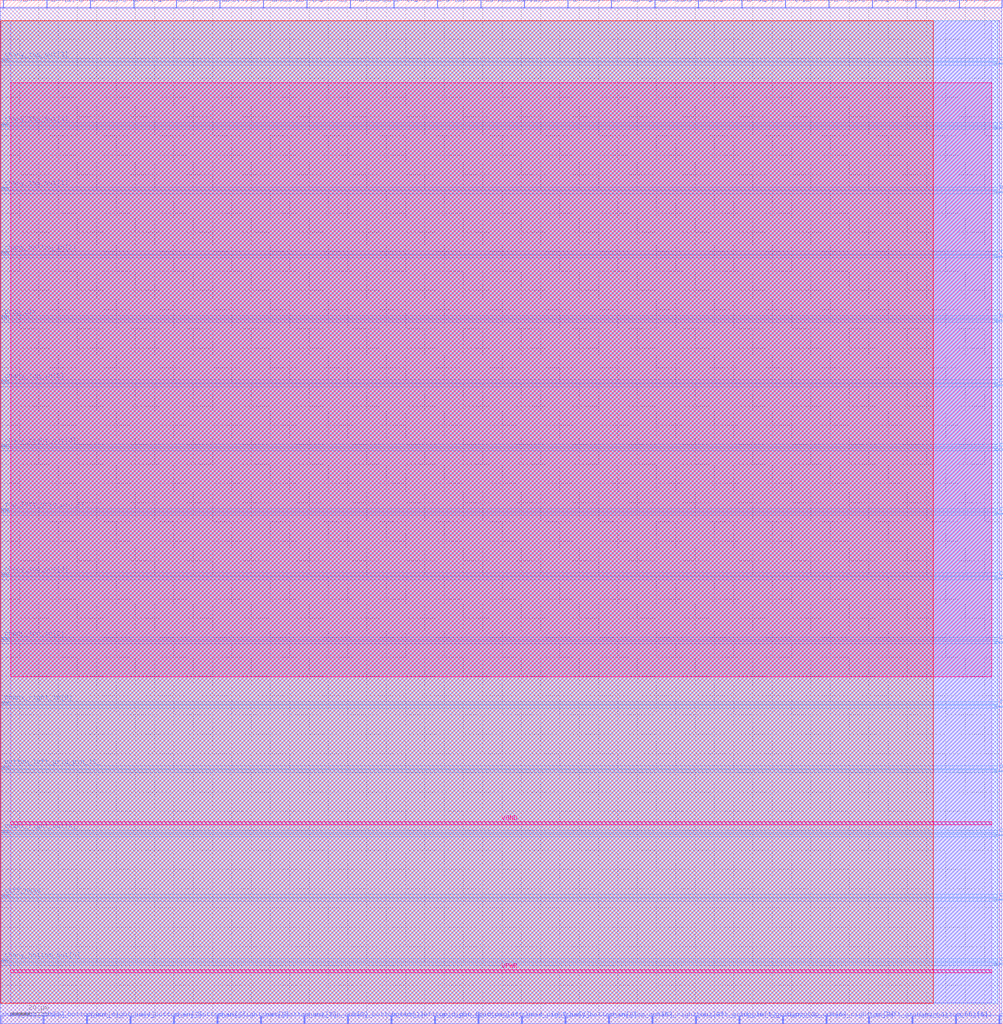
<source format=lef>
VERSION 5.7 ;
  NAMESCASESENSITIVE ON ;
  NOWIREEXTENSIONATPIN ON ;
  DIVIDERCHAR "/" ;
  BUSBITCHARS "[]" ;
UNITS
  DATABASE MICRONS 200 ;
END UNITS

MACRO sb_0__1_
  CLASS BLOCK ;
  FOREIGN sb_0__1_ ;
  ORIGIN 0.000 0.000 ;
  SIZE 519.685 BY 530.405 ;
  PIN bottom_left_grid_pin_11_
    DIRECTION INPUT ;
    PORT
      LAYER met2 ;
        RECT 294.030 526.405 294.310 530.405 ;
    END
  END bottom_left_grid_pin_11_
  PIN bottom_left_grid_pin_13_
    DIRECTION INPUT ;
    PORT
      LAYER met2 ;
        RECT 496.890 526.405 497.170 530.405 ;
    END
  END bottom_left_grid_pin_13_
  PIN bottom_left_grid_pin_15_
    DIRECTION INPUT ;
    PORT
      LAYER met3 ;
        RECT 0.000 132.640 4.000 133.240 ;
    END
  END bottom_left_grid_pin_15_
  PIN bottom_left_grid_pin_1_
    DIRECTION INPUT ;
    PORT
      LAYER met2 ;
        RECT 69.090 526.405 69.370 530.405 ;
    END
  END bottom_left_grid_pin_1_
  PIN bottom_left_grid_pin_3_
    DIRECTION INPUT ;
    PORT
      LAYER met3 ;
        RECT 515.685 363.840 519.685 364.440 ;
    END
  END bottom_left_grid_pin_3_
  PIN bottom_left_grid_pin_5_
    DIRECTION INPUT ;
    PORT
      LAYER met2 ;
        RECT 202.490 0.000 202.770 4.000 ;
    END
  END bottom_left_grid_pin_5_
  PIN bottom_left_grid_pin_7_
    DIRECTION INPUT ;
    PORT
      LAYER met2 ;
        RECT 247.570 0.000 247.850 4.000 ;
    END
  END bottom_left_grid_pin_7_
  PIN bottom_left_grid_pin_9_
    DIRECTION INPUT ;
    PORT
      LAYER met3 ;
        RECT 515.685 430.480 519.685 431.080 ;
    END
  END bottom_left_grid_pin_9_
  PIN bottom_right_grid_pin_11_
    DIRECTION INPUT ;
    PORT
      LAYER met2 ;
        RECT 316.570 526.405 316.850 530.405 ;
    END
  END bottom_right_grid_pin_11_
  PIN ccff_head
    DIRECTION INPUT ;
    PORT
      LAYER met3 ;
        RECT 0.000 66.000 4.000 66.600 ;
    END
  END ccff_head
  PIN ccff_tail
    DIRECTION OUTPUT TRISTATE ;
    PORT
      LAYER met2 ;
        RECT 495.050 0.000 495.330 4.000 ;
    END
  END ccff_tail
  PIN chanx_right_in[0]
    DIRECTION INPUT ;
    PORT
      LAYER met2 ;
        RECT 429.270 526.405 429.550 530.405 ;
    END
  END chanx_right_in[0]
  PIN chanx_right_in[1]
    DIRECTION INPUT ;
    PORT
      LAYER met2 ;
        RECT 270.110 0.000 270.390 4.000 ;
    END
  END chanx_right_in[1]
  PIN chanx_right_in[2]
    DIRECTION INPUT ;
    PORT
      LAYER met2 ;
        RECT 181.330 526.405 181.610 530.405 ;
    END
  END chanx_right_in[2]
  PIN chanx_right_in[3]
    DIRECTION INPUT ;
    PORT
      LAYER met3 ;
        RECT 515.685 330.520 519.685 331.120 ;
    END
  END chanx_right_in[3]
  PIN chanx_right_in[4]
    DIRECTION INPUT ;
    PORT
      LAYER met2 ;
        RECT 44.710 0.000 44.990 4.000 ;
    END
  END chanx_right_in[4]
  PIN chanx_right_in[5]
    DIRECTION INPUT ;
    PORT
      LAYER met3 ;
        RECT 0.000 165.960 4.000 166.560 ;
    END
  END chanx_right_in[5]
  PIN chanx_right_in[6]
    DIRECTION INPUT ;
    PORT
      LAYER met2 ;
        RECT 339.110 526.405 339.390 530.405 ;
    END
  END chanx_right_in[6]
  PIN chanx_right_in[7]
    DIRECTION INPUT ;
    PORT
      LAYER met2 ;
        RECT 427.890 0.000 428.170 4.000 ;
    END
  END chanx_right_in[7]
  PIN chanx_right_in[8]
    DIRECTION INPUT ;
    PORT
      LAYER met3 ;
        RECT 515.685 63.960 519.685 64.560 ;
    END
  END chanx_right_in[8]
  PIN chanx_right_out[0]
    DIRECTION OUTPUT TRISTATE ;
    PORT
      LAYER met3 ;
        RECT 0.000 299.240 4.000 299.840 ;
    END
  END chanx_right_out[0]
  PIN chanx_right_out[1]
    DIRECTION OUTPUT TRISTATE ;
    PORT
      LAYER met2 ;
        RECT 518.970 526.405 519.250 530.405 ;
    END
  END chanx_right_out[1]
  PIN chanx_right_out[2]
    DIRECTION OUTPUT TRISTATE ;
    PORT
      LAYER met2 ;
        RECT 203.870 526.405 204.150 530.405 ;
    END
  END chanx_right_out[2]
  PIN chanx_right_out[3]
    DIRECTION OUTPUT TRISTATE ;
    PORT
      LAYER met2 ;
        RECT 337.730 0.000 338.010 4.000 ;
    END
  END chanx_right_out[3]
  PIN chanx_right_out[4]
    DIRECTION OUTPUT TRISTATE ;
    PORT
      LAYER met3 ;
        RECT 0.000 99.320 4.000 99.920 ;
    END
  END chanx_right_out[4]
  PIN chanx_right_out[5]
    DIRECTION OUTPUT TRISTATE ;
    PORT
      LAYER met2 ;
        RECT 112.330 0.000 112.610 4.000 ;
    END
  END chanx_right_out[5]
  PIN chanx_right_out[6]
    DIRECTION OUTPUT TRISTATE ;
    PORT
      LAYER met3 ;
        RECT 515.685 463.800 519.685 464.400 ;
    END
  END chanx_right_out[6]
  PIN chanx_right_out[7]
    DIRECTION OUTPUT TRISTATE ;
    PORT
      LAYER met2 ;
        RECT 24.010 526.405 24.290 530.405 ;
    END
  END chanx_right_out[7]
  PIN chanx_right_out[8]
    DIRECTION OUTPUT TRISTATE ;
    PORT
      LAYER met2 ;
        RECT 46.550 526.405 46.830 530.405 ;
    END
  END chanx_right_out[8]
  PIN chany_bottom_in[0]
    DIRECTION INPUT ;
    PORT
      LAYER met2 ;
        RECT 406.730 526.405 407.010 530.405 ;
    END
  END chany_bottom_in[0]
  PIN chany_bottom_in[1]
    DIRECTION INPUT ;
    PORT
      LAYER met2 ;
        RECT 91.170 526.405 91.450 530.405 ;
    END
  END chany_bottom_in[1]
  PIN chany_bottom_in[2]
    DIRECTION INPUT ;
    PORT
      LAYER met2 ;
        RECT 517.590 0.000 517.870 4.000 ;
    END
  END chany_bottom_in[2]
  PIN chany_bottom_in[3]
    DIRECTION INPUT ;
    PORT
      LAYER met3 ;
        RECT 0.000 399.200 4.000 399.800 ;
    END
  END chany_bottom_in[3]
  PIN chany_bottom_in[4]
    DIRECTION INPUT ;
    PORT
      LAYER met3 ;
        RECT 515.685 97.280 519.685 97.880 ;
    END
  END chany_bottom_in[4]
  PIN chany_bottom_in[5]
    DIRECTION INPUT ;
    PORT
      LAYER met2 ;
        RECT 1.470 526.405 1.750 530.405 ;
    END
  END chany_bottom_in[5]
  PIN chany_bottom_in[6]
    DIRECTION INPUT ;
    PORT
      LAYER met2 ;
        RECT 89.790 0.000 90.070 4.000 ;
    END
  END chany_bottom_in[6]
  PIN chany_bottom_in[7]
    DIRECTION INPUT ;
    PORT
      LAYER met2 ;
        RECT 67.250 0.000 67.530 4.000 ;
    END
  END chany_bottom_in[7]
  PIN chany_bottom_in[8]
    DIRECTION INPUT ;
    PORT
      LAYER met2 ;
        RECT 292.650 0.000 292.930 4.000 ;
    END
  END chany_bottom_in[8]
  PIN chany_bottom_out[0]
    DIRECTION OUTPUT TRISTATE ;
    PORT
      LAYER met3 ;
        RECT 0.000 32.680 4.000 33.280 ;
    END
  END chany_bottom_out[0]
  PIN chany_bottom_out[1]
    DIRECTION OUTPUT TRISTATE ;
    PORT
      LAYER met2 ;
        RECT 179.950 0.000 180.230 4.000 ;
    END
  END chany_bottom_out[1]
  PIN chany_bottom_out[2]
    DIRECTION OUTPUT TRISTATE ;
    PORT
      LAYER met2 ;
        RECT 134.870 0.000 135.150 4.000 ;
    END
  END chany_bottom_out[2]
  PIN chany_bottom_out[3]
    DIRECTION OUTPUT TRISTATE ;
    PORT
      LAYER met2 ;
        RECT 361.650 526.405 361.930 530.405 ;
    END
  END chany_bottom_out[3]
  PIN chany_bottom_out[4]
    DIRECTION OUTPUT TRISTATE ;
    PORT
      LAYER met2 ;
        RECT 22.170 0.000 22.450 4.000 ;
    END
  END chany_bottom_out[4]
  PIN chany_bottom_out[5]
    DIRECTION OUTPUT TRISTATE ;
    PORT
      LAYER met3 ;
        RECT 515.685 297.200 519.685 297.800 ;
    END
  END chany_bottom_out[5]
  PIN chany_bottom_out[6]
    DIRECTION OUTPUT TRISTATE ;
    PORT
      LAYER met2 ;
        RECT 472.510 0.000 472.790 4.000 ;
    END
  END chany_bottom_out[6]
  PIN chany_bottom_out[7]
    DIRECTION OUTPUT TRISTATE ;
    PORT
      LAYER met2 ;
        RECT 271.490 526.405 271.770 530.405 ;
    END
  END chany_bottom_out[7]
  PIN chany_bottom_out[8]
    DIRECTION OUTPUT TRISTATE ;
    PORT
      LAYER met3 ;
        RECT 515.685 497.120 519.685 497.720 ;
    END
  END chany_bottom_out[8]
  PIN chany_top_in[0]
    DIRECTION INPUT ;
    PORT
      LAYER met3 ;
        RECT 515.685 263.880 519.685 264.480 ;
    END
  END chany_top_in[0]
  PIN chany_top_in[1]
    DIRECTION INPUT ;
    PORT
      LAYER met3 ;
        RECT 515.685 30.640 519.685 31.240 ;
    END
  END chany_top_in[1]
  PIN chany_top_in[2]
    DIRECTION INPUT ;
    PORT
      LAYER met3 ;
        RECT 0.000 199.280 4.000 199.880 ;
    END
  END chany_top_in[2]
  PIN chany_top_in[3]
    DIRECTION INPUT ;
    PORT
      LAYER met2 ;
        RECT 136.250 526.405 136.530 530.405 ;
    END
  END chany_top_in[3]
  PIN chany_top_in[4]
    DIRECTION INPUT ;
    PORT
      LAYER met3 ;
        RECT 515.685 230.560 519.685 231.160 ;
    END
  END chany_top_in[4]
  PIN chany_top_in[5]
    DIRECTION INPUT ;
    PORT
      LAYER met3 ;
        RECT 515.685 197.240 519.685 197.840 ;
    END
  END chany_top_in[5]
  PIN chany_top_in[6]
    DIRECTION INPUT ;
    PORT
      LAYER met2 ;
        RECT 248.950 526.405 249.230 530.405 ;
    END
  END chany_top_in[6]
  PIN chany_top_in[7]
    DIRECTION INPUT ;
    PORT
      LAYER met2 ;
        RECT 474.350 526.405 474.630 530.405 ;
    END
  END chany_top_in[7]
  PIN chany_top_in[8]
    DIRECTION INPUT ;
    PORT
      LAYER met3 ;
        RECT 0.000 332.560 4.000 333.160 ;
    END
  END chany_top_in[8]
  PIN chany_top_out[0]
    DIRECTION OUTPUT TRISTATE ;
    PORT
      LAYER met2 ;
        RECT 0.090 0.000 0.370 4.000 ;
    END
  END chany_top_out[0]
  PIN chany_top_out[1]
    DIRECTION OUTPUT TRISTATE ;
    PORT
      LAYER met3 ;
        RECT 0.000 432.520 4.000 433.120 ;
    END
  END chany_top_out[1]
  PIN chany_top_out[2]
    DIRECTION OUTPUT TRISTATE ;
    PORT
      LAYER met2 ;
        RECT 157.410 0.000 157.690 4.000 ;
    END
  END chany_top_out[2]
  PIN chany_top_out[3]
    DIRECTION OUTPUT TRISTATE ;
    PORT
      LAYER met3 ;
        RECT 0.000 499.160 4.000 499.760 ;
    END
  END chany_top_out[3]
  PIN chany_top_out[4]
    DIRECTION OUTPUT TRISTATE ;
    PORT
      LAYER met3 ;
        RECT 0.000 465.840 4.000 466.440 ;
    END
  END chany_top_out[4]
  PIN chany_top_out[5]
    DIRECTION OUTPUT TRISTATE ;
    PORT
      LAYER met2 ;
        RECT 315.190 0.000 315.470 4.000 ;
    END
  END chany_top_out[5]
  PIN chany_top_out[6]
    DIRECTION OUTPUT TRISTATE ;
    PORT
      LAYER met2 ;
        RECT 405.350 0.000 405.630 4.000 ;
    END
  END chany_top_out[6]
  PIN chany_top_out[7]
    DIRECTION OUTPUT TRISTATE ;
    PORT
      LAYER met2 ;
        RECT 384.190 526.405 384.470 530.405 ;
    END
  END chany_top_out[7]
  PIN chany_top_out[8]
    DIRECTION OUTPUT TRISTATE ;
    PORT
      LAYER met3 ;
        RECT 0.000 232.600 4.000 233.200 ;
    END
  END chany_top_out[8]
  PIN pReset
    DIRECTION INPUT ;
    PORT
      LAYER met3 ;
        RECT 515.685 130.600 519.685 131.200 ;
    END
  END pReset
  PIN prog_clk
    DIRECTION INPUT ;
    PORT
      LAYER met3 ;
        RECT 0.000 365.880 4.000 366.480 ;
    END
  END prog_clk
  PIN right_bottom_grid_pin_12_
    DIRECTION INPUT ;
    PORT
      LAYER met2 ;
        RECT 226.410 526.405 226.690 530.405 ;
    END
  END right_bottom_grid_pin_12_
  PIN right_top_grid_pin_10_
    DIRECTION INPUT ;
    PORT
      LAYER met3 ;
        RECT 515.685 163.920 519.685 164.520 ;
    END
  END right_top_grid_pin_10_
  PIN top_left_grid_pin_11_
    DIRECTION INPUT ;
    PORT
      LAYER met3 ;
        RECT 0.000 265.920 4.000 266.520 ;
    END
  END top_left_grid_pin_11_
  PIN top_left_grid_pin_13_
    DIRECTION INPUT ;
    PORT
      LAYER met2 ;
        RECT 360.270 0.000 360.550 4.000 ;
    END
  END top_left_grid_pin_13_
  PIN top_left_grid_pin_15_
    DIRECTION INPUT ;
    PORT
      LAYER met2 ;
        RECT 158.790 526.405 159.070 530.405 ;
    END
  END top_left_grid_pin_15_
  PIN top_left_grid_pin_1_
    DIRECTION INPUT ;
    PORT
      LAYER met2 ;
        RECT 449.970 0.000 450.250 4.000 ;
    END
  END top_left_grid_pin_1_
  PIN top_left_grid_pin_3_
    DIRECTION INPUT ;
    PORT
      LAYER met2 ;
        RECT 382.810 0.000 383.090 4.000 ;
    END
  END top_left_grid_pin_3_
  PIN top_left_grid_pin_5_
    DIRECTION INPUT ;
    PORT
      LAYER met2 ;
        RECT 451.810 526.405 452.090 530.405 ;
    END
  END top_left_grid_pin_5_
  PIN top_left_grid_pin_7_
    DIRECTION INPUT ;
    PORT
      LAYER met3 ;
        RECT 515.685 397.160 519.685 397.760 ;
    END
  END top_left_grid_pin_7_
  PIN top_left_grid_pin_9_
    DIRECTION INPUT ;
    PORT
      LAYER met2 ;
        RECT 113.710 526.405 113.990 530.405 ;
    END
  END top_left_grid_pin_9_
  PIN top_right_grid_pin_11_
    DIRECTION INPUT ;
    PORT
      LAYER met2 ;
        RECT 225.030 0.000 225.310 4.000 ;
    END
  END top_right_grid_pin_11_
  PIN VPWR
    DIRECTION INPUT ;
    USE POWER ;
    PORT
      LAYER met5 ;
        RECT 5.520 26.490 513.820 28.090 ;
    END
  END VPWR
  PIN VGND
    DIRECTION INPUT ;
    USE GROUND ;
    PORT
      LAYER met5 ;
        RECT 5.520 103.080 513.820 104.680 ;
    END
  END VGND
  OBS
      LAYER li1 ;
        RECT 5.520 10.795 513.820 519.605 ;
      LAYER met1 ;
        RECT 0.070 0.040 517.890 519.760 ;
      LAYER met2 ;
        RECT 0.090 526.125 1.190 526.730 ;
        RECT 2.030 526.125 23.730 526.730 ;
        RECT 24.570 526.125 46.270 526.730 ;
        RECT 47.110 526.125 68.810 526.730 ;
        RECT 69.650 526.125 90.890 526.730 ;
        RECT 91.730 526.125 113.430 526.730 ;
        RECT 114.270 526.125 135.970 526.730 ;
        RECT 136.810 526.125 158.510 526.730 ;
        RECT 159.350 526.125 181.050 526.730 ;
        RECT 181.890 526.125 203.590 526.730 ;
        RECT 204.430 526.125 226.130 526.730 ;
        RECT 226.970 526.125 248.670 526.730 ;
        RECT 249.510 526.125 271.210 526.730 ;
        RECT 272.050 526.125 293.750 526.730 ;
        RECT 294.590 526.125 316.290 526.730 ;
        RECT 317.130 526.125 338.830 526.730 ;
        RECT 339.670 526.125 361.370 526.730 ;
        RECT 362.210 526.125 383.910 526.730 ;
        RECT 384.750 526.125 406.450 526.730 ;
        RECT 407.290 526.125 428.990 526.730 ;
        RECT 429.830 526.125 451.530 526.730 ;
        RECT 452.370 526.125 474.070 526.730 ;
        RECT 474.910 526.125 496.610 526.730 ;
        RECT 497.450 526.125 518.690 526.730 ;
        RECT 0.090 4.280 518.970 526.125 ;
        RECT 0.650 0.010 21.890 4.280 ;
        RECT 22.730 0.010 44.430 4.280 ;
        RECT 45.270 0.010 66.970 4.280 ;
        RECT 67.810 0.010 89.510 4.280 ;
        RECT 90.350 0.010 112.050 4.280 ;
        RECT 112.890 0.010 134.590 4.280 ;
        RECT 135.430 0.010 157.130 4.280 ;
        RECT 157.970 0.010 179.670 4.280 ;
        RECT 180.510 0.010 202.210 4.280 ;
        RECT 203.050 0.010 224.750 4.280 ;
        RECT 225.590 0.010 247.290 4.280 ;
        RECT 248.130 0.010 269.830 4.280 ;
        RECT 270.670 0.010 292.370 4.280 ;
        RECT 293.210 0.010 314.910 4.280 ;
        RECT 315.750 0.010 337.450 4.280 ;
        RECT 338.290 0.010 359.990 4.280 ;
        RECT 360.830 0.010 382.530 4.280 ;
        RECT 383.370 0.010 405.070 4.280 ;
        RECT 405.910 0.010 427.610 4.280 ;
        RECT 428.450 0.010 449.690 4.280 ;
        RECT 450.530 0.010 472.230 4.280 ;
        RECT 473.070 0.010 494.770 4.280 ;
        RECT 495.610 0.010 517.310 4.280 ;
        RECT 518.150 0.010 518.970 4.280 ;
      LAYER met3 ;
        RECT 0.270 500.160 516.730 519.685 ;
        RECT 4.400 498.760 516.730 500.160 ;
        RECT 0.270 498.120 516.730 498.760 ;
        RECT 0.270 496.720 515.285 498.120 ;
        RECT 0.270 466.840 516.730 496.720 ;
        RECT 4.400 465.440 516.730 466.840 ;
        RECT 0.270 464.800 516.730 465.440 ;
        RECT 0.270 463.400 515.285 464.800 ;
        RECT 0.270 433.520 516.730 463.400 ;
        RECT 4.400 432.120 516.730 433.520 ;
        RECT 0.270 431.480 516.730 432.120 ;
        RECT 0.270 430.080 515.285 431.480 ;
        RECT 0.270 400.200 516.730 430.080 ;
        RECT 4.400 398.800 516.730 400.200 ;
        RECT 0.270 398.160 516.730 398.800 ;
        RECT 0.270 396.760 515.285 398.160 ;
        RECT 0.270 366.880 516.730 396.760 ;
        RECT 4.400 365.480 516.730 366.880 ;
        RECT 0.270 364.840 516.730 365.480 ;
        RECT 0.270 363.440 515.285 364.840 ;
        RECT 0.270 333.560 516.730 363.440 ;
        RECT 4.400 332.160 516.730 333.560 ;
        RECT 0.270 331.520 516.730 332.160 ;
        RECT 0.270 330.120 515.285 331.520 ;
        RECT 0.270 300.240 516.730 330.120 ;
        RECT 4.400 298.840 516.730 300.240 ;
        RECT 0.270 298.200 516.730 298.840 ;
        RECT 0.270 296.800 515.285 298.200 ;
        RECT 0.270 266.920 516.730 296.800 ;
        RECT 4.400 265.520 516.730 266.920 ;
        RECT 0.270 264.880 516.730 265.520 ;
        RECT 0.270 263.480 515.285 264.880 ;
        RECT 0.270 233.600 516.730 263.480 ;
        RECT 4.400 232.200 516.730 233.600 ;
        RECT 0.270 231.560 516.730 232.200 ;
        RECT 0.270 230.160 515.285 231.560 ;
        RECT 0.270 200.280 516.730 230.160 ;
        RECT 4.400 198.880 516.730 200.280 ;
        RECT 0.270 198.240 516.730 198.880 ;
        RECT 0.270 196.840 515.285 198.240 ;
        RECT 0.270 166.960 516.730 196.840 ;
        RECT 4.400 165.560 516.730 166.960 ;
        RECT 0.270 164.920 516.730 165.560 ;
        RECT 0.270 163.520 515.285 164.920 ;
        RECT 0.270 133.640 516.730 163.520 ;
        RECT 4.400 132.240 516.730 133.640 ;
        RECT 0.270 131.600 516.730 132.240 ;
        RECT 0.270 130.200 515.285 131.600 ;
        RECT 0.270 100.320 516.730 130.200 ;
        RECT 4.400 98.920 516.730 100.320 ;
        RECT 0.270 98.280 516.730 98.920 ;
        RECT 0.270 96.880 515.285 98.280 ;
        RECT 0.270 67.000 516.730 96.880 ;
        RECT 4.400 65.600 516.730 67.000 ;
        RECT 0.270 64.960 516.730 65.600 ;
        RECT 0.270 63.560 515.285 64.960 ;
        RECT 0.270 33.680 516.730 63.560 ;
        RECT 4.400 32.280 516.730 33.680 ;
        RECT 0.270 31.640 516.730 32.280 ;
        RECT 0.270 30.240 515.285 31.640 ;
        RECT 0.270 10.715 516.730 30.240 ;
      LAYER met4 ;
        RECT 0.295 10.640 483.440 519.760 ;
      LAYER met5 ;
        RECT 5.520 179.670 513.820 487.630 ;
  END
END sb_0__1_
END LIBRARY


</source>
